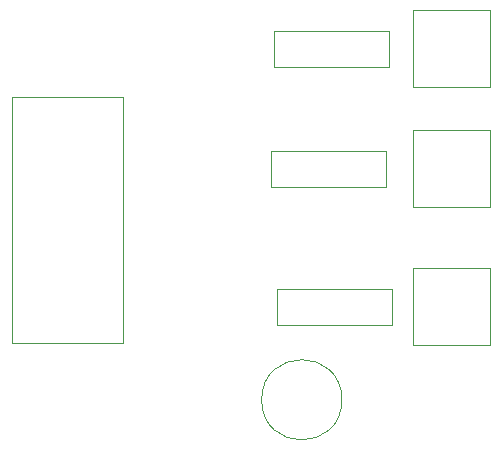
<source format=gbr>
%TF.GenerationSoftware,KiCad,Pcbnew,5.1.4-3.fc30*%
%TF.CreationDate,2019-10-13T13:42:18+02:00*%
%TF.ProjectId,avr_prog_uno_shiled,6176725f-7072-46f6-975f-756e6f5f7368,1.0*%
%TF.SameCoordinates,PX69db1f0PY7882d48*%
%TF.FileFunction,Other,User*%
%FSLAX46Y46*%
G04 Gerber Fmt 4.6, Leading zero omitted, Abs format (unit mm)*
G04 Created by KiCad (PCBNEW 5.1.4-3.fc30) date 2019-10-13 13:42:18*
%MOMM*%
%LPD*%
G04 APERTURE LIST*
%ADD10C,0.050000*%
G04 APERTURE END LIST*
D10*
%TO.C,J1*%
X27286000Y13954000D02*
X17926000Y13954000D01*
X27286000Y34814000D02*
X27286000Y13954000D01*
X17926000Y34814000D02*
X27286000Y34814000D01*
X17926000Y13954000D02*
X17926000Y34814000D01*
%TO.C,C1*%
X45838000Y9144000D02*
G75*
G03X45838000Y9144000I-3400000J0D01*
G01*
%TO.C,D1*%
X58338000Y13768000D02*
X58338000Y20268000D01*
X58338000Y20268000D02*
X51888000Y20268000D01*
X51888000Y20268000D02*
X51888000Y13768000D01*
X51888000Y13768000D02*
X58338000Y13768000D01*
%TO.C,D2*%
X51888000Y25452000D02*
X58338000Y25452000D01*
X51888000Y31952000D02*
X51888000Y25452000D01*
X58338000Y31952000D02*
X51888000Y31952000D01*
X58338000Y25452000D02*
X58338000Y31952000D01*
%TO.C,D3*%
X58338000Y35612000D02*
X58338000Y42112000D01*
X58338000Y42112000D02*
X51888000Y42112000D01*
X51888000Y42112000D02*
X51888000Y35612000D01*
X51888000Y35612000D02*
X58338000Y35612000D01*
%TO.C,R1*%
X40352000Y18518000D02*
X40352000Y15518000D01*
X40352000Y15518000D02*
X50072000Y15518000D01*
X50072000Y15518000D02*
X50072000Y18518000D01*
X50072000Y18518000D02*
X40352000Y18518000D01*
%TO.C,R2*%
X49564000Y30202000D02*
X39844000Y30202000D01*
X49564000Y27202000D02*
X49564000Y30202000D01*
X39844000Y27202000D02*
X49564000Y27202000D01*
X39844000Y30202000D02*
X39844000Y27202000D01*
%TO.C,R3*%
X40098000Y40362000D02*
X40098000Y37362000D01*
X40098000Y37362000D02*
X49818000Y37362000D01*
X49818000Y37362000D02*
X49818000Y40362000D01*
X49818000Y40362000D02*
X40098000Y40362000D01*
%TD*%
M02*

</source>
